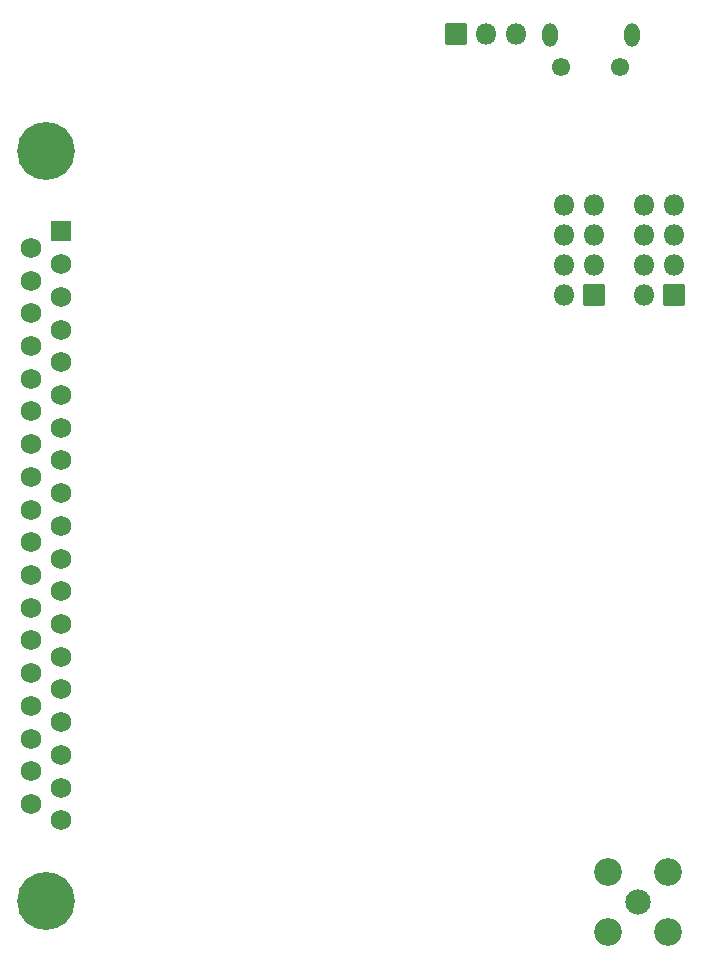
<source format=gbr>
%TF.GenerationSoftware,KiCad,Pcbnew,(6.0.1)*%
%TF.CreationDate,2022-01-25T11:54:46-06:00*%
%TF.ProjectId,Telemetry_KiCAD_Project,54656c65-6d65-4747-9279-5f4b69434144,rev?*%
%TF.SameCoordinates,Original*%
%TF.FileFunction,Soldermask,Bot*%
%TF.FilePolarity,Negative*%
%FSLAX46Y46*%
G04 Gerber Fmt 4.6, Leading zero omitted, Abs format (unit mm)*
G04 Created by KiCad (PCBNEW (6.0.1)) date 2022-01-25 11:54:46*
%MOMM*%
%LPD*%
G01*
G04 APERTURE LIST*
G04 Aperture macros list*
%AMRoundRect*
0 Rectangle with rounded corners*
0 $1 Rounding radius*
0 $2 $3 $4 $5 $6 $7 $8 $9 X,Y pos of 4 corners*
0 Add a 4 corners polygon primitive as box body*
4,1,4,$2,$3,$4,$5,$6,$7,$8,$9,$2,$3,0*
0 Add four circle primitives for the rounded corners*
1,1,$1+$1,$2,$3*
1,1,$1+$1,$4,$5*
1,1,$1+$1,$6,$7*
1,1,$1+$1,$8,$9*
0 Add four rect primitives between the rounded corners*
20,1,$1+$1,$2,$3,$4,$5,0*
20,1,$1+$1,$4,$5,$6,$7,0*
20,1,$1+$1,$6,$7,$8,$9,0*
20,1,$1+$1,$8,$9,$2,$3,0*%
G04 Aperture macros list end*
%ADD10C,2.152000*%
%ADD11C,2.352000*%
%ADD12RoundRect,0.051000X-0.825000X0.825000X-0.825000X-0.825000X0.825000X-0.825000X0.825000X0.825000X0*%
%ADD13C,1.752000*%
%ADD14C,4.902000*%
%ADD15O,1.302000X2.002000*%
%ADD16C,1.552000*%
%ADD17RoundRect,0.051000X0.850000X0.850000X-0.850000X0.850000X-0.850000X-0.850000X0.850000X-0.850000X0*%
%ADD18O,1.802000X1.802000*%
%ADD19RoundRect,0.051000X0.850000X-0.850000X0.850000X0.850000X-0.850000X0.850000X-0.850000X-0.850000X0*%
G04 APERTURE END LIST*
D10*
%TO.C,J3*%
X141900000Y-130400000D03*
D11*
X139360000Y-127860000D03*
X139360000Y-132940000D03*
X144440000Y-132940000D03*
X144440000Y-127860000D03*
%TD*%
D12*
%TO.C,J5*%
X93000000Y-73625000D03*
D13*
X93000000Y-76395000D03*
X93000000Y-79165000D03*
X93000000Y-81935000D03*
X93000000Y-84705000D03*
X93000000Y-87475000D03*
X93000000Y-90245000D03*
X93000000Y-93015000D03*
X93000000Y-95785000D03*
X93000000Y-98555000D03*
X93000000Y-101325000D03*
X93000000Y-104095000D03*
X93000000Y-106865000D03*
X93000000Y-109635000D03*
X93000000Y-112405000D03*
X93000000Y-115175000D03*
X93000000Y-117945000D03*
X93000000Y-120715000D03*
X93000000Y-123485000D03*
X90460000Y-75010000D03*
X90460000Y-77780000D03*
X90460000Y-80550000D03*
X90460000Y-83320000D03*
X90460000Y-86090000D03*
X90460000Y-88860000D03*
X90460000Y-91630000D03*
X90460000Y-94400000D03*
X90460000Y-97170000D03*
X90460000Y-99940000D03*
X90460000Y-102710000D03*
X90460000Y-105480000D03*
X90460000Y-108250000D03*
X90460000Y-111020000D03*
X90460000Y-113790000D03*
X90460000Y-116560000D03*
X90460000Y-119330000D03*
X90460000Y-122100000D03*
D14*
X91730000Y-66805000D03*
X91730000Y-130305000D03*
%TD*%
D15*
%TO.C,J4*%
X141400000Y-56962500D03*
D16*
X135400000Y-59662500D03*
D15*
X134400000Y-56962500D03*
D16*
X140400000Y-59662500D03*
%TD*%
D17*
%TO.C,J2*%
X138190000Y-79000000D03*
D18*
X135650000Y-79000000D03*
X138190000Y-76460000D03*
X135650000Y-76460000D03*
X138190000Y-73920000D03*
X135650000Y-73920000D03*
X138190000Y-71380000D03*
X135650000Y-71380000D03*
%TD*%
D17*
%TO.C,J1*%
X144890000Y-78980001D03*
D18*
X142350000Y-78980001D03*
X144890000Y-76440001D03*
X142350000Y-76440001D03*
X144890000Y-73900001D03*
X142350000Y-73900001D03*
X144890000Y-71360001D03*
X142350000Y-71360001D03*
%TD*%
D19*
%TO.C,JP1*%
X126500000Y-56900000D03*
D18*
X129040000Y-56900000D03*
X131580000Y-56900000D03*
%TD*%
M02*

</source>
